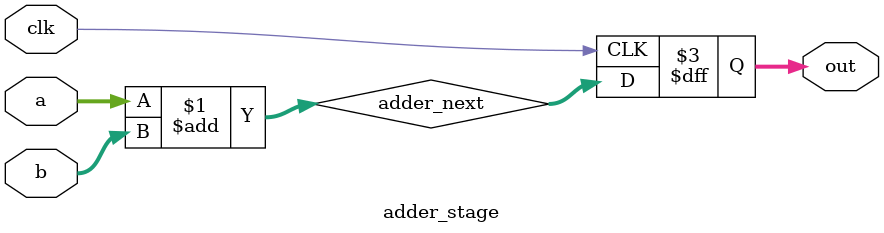
<source format=v>
module adder_stage (
  input       clk,
  input [2:0] a,
  input [2:0] b,
  output reg [3:0] out
);

wire [3:0] adder_next = a + b;

always @ (posedge clk) begin 
  out <= adder_next;
end

endmodule

</source>
